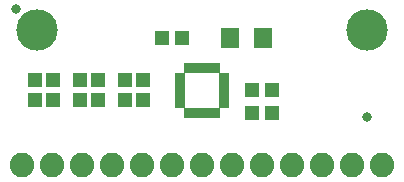
<source format=gbr>
G04 EAGLE Gerber RS-274X export*
G75*
%MOMM*%
%FSLAX34Y34*%
%LPD*%
%INSoldermask Top*%
%IPPOS*%
%AMOC8*
5,1,8,0,0,1.08239X$1,22.5*%
G01*
%ADD10R,0.903200X0.493200*%
%ADD11R,0.493200X0.903200*%
%ADD12R,1.303200X1.203200*%
%ADD13R,1.603200X1.803200*%
%ADD14R,1.203200X1.303200*%
%ADD15C,3.505200*%
%ADD16C,2.082800*%
%ADD17C,0.838200*%


D10*
X146350Y63700D03*
X146350Y68700D03*
X146350Y73700D03*
X146350Y78700D03*
X146350Y83700D03*
X146350Y88700D03*
D11*
X152600Y94950D03*
X157600Y94950D03*
X162600Y94950D03*
X167600Y94950D03*
X172600Y94950D03*
X177600Y94950D03*
D10*
X183850Y88700D03*
X183850Y83700D03*
X183850Y78700D03*
X183850Y73700D03*
X183850Y68700D03*
X183850Y63700D03*
D11*
X177600Y57450D03*
X172600Y57450D03*
X167600Y57450D03*
X162600Y57450D03*
X157600Y57450D03*
X152600Y57450D03*
D12*
X207400Y76200D03*
X224400Y76200D03*
X207400Y57150D03*
X224400Y57150D03*
X148200Y120650D03*
X131200Y120650D03*
D13*
X217200Y120650D03*
X189200Y120650D03*
D14*
X115570Y84700D03*
X115570Y67700D03*
X100330Y84700D03*
X100330Y67700D03*
D15*
X25400Y127000D03*
X304800Y127000D03*
D16*
X317500Y12700D03*
X292100Y12700D03*
X266700Y12700D03*
X241300Y12700D03*
X215900Y12700D03*
X190500Y12700D03*
X165100Y12700D03*
X139700Y12700D03*
X114300Y12700D03*
X88900Y12700D03*
X63500Y12700D03*
X38100Y12700D03*
X12700Y12700D03*
D14*
X24130Y84700D03*
X24130Y67700D03*
X39370Y84700D03*
X39370Y67700D03*
X77470Y84700D03*
X77470Y67700D03*
X62230Y84700D03*
X62230Y67700D03*
D17*
X304800Y53340D03*
X7620Y144780D03*
M02*

</source>
